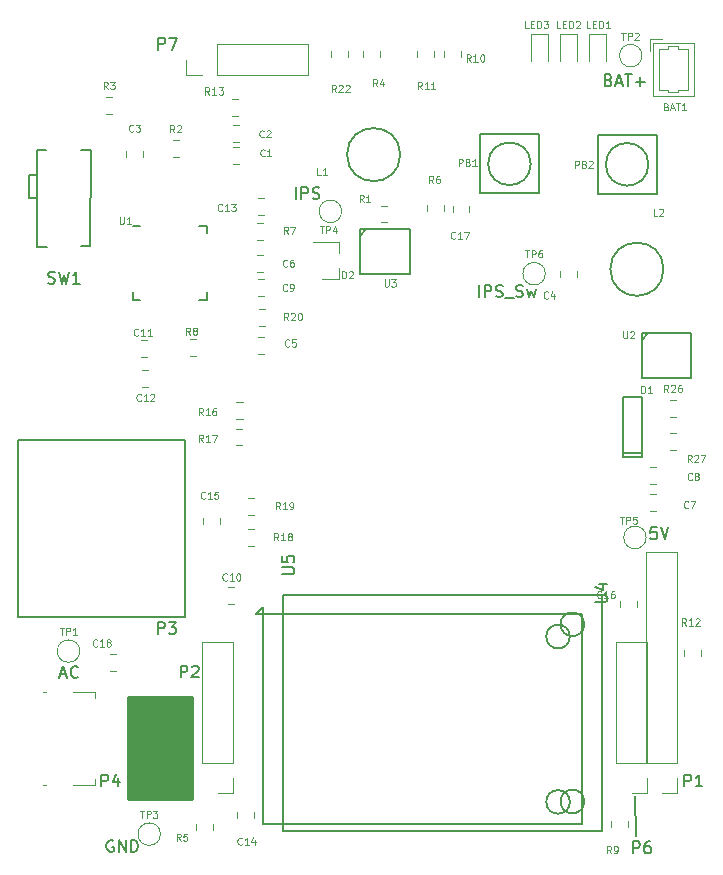
<source format=gbr>
G04 #@! TF.GenerationSoftware,KiCad,Pcbnew,(6.0.0-rc1-dev-1413-ga48e89956)*
G04 #@! TF.CreationDate,2019-11-22T20:47:01-07:00
G04 #@! TF.ProjectId,HAT_ver_6.0,4841545f-7665-4725-9f36-2e302e6b6963,6.0.4*
G04 #@! TF.SameCoordinates,Original*
G04 #@! TF.FileFunction,Legend,Top*
G04 #@! TF.FilePolarity,Positive*
%FSLAX46Y46*%
G04 Gerber Fmt 4.6, Leading zero omitted, Abs format (unit mm)*
G04 Created by KiCad (PCBNEW (6.0.0-rc1-dev-1413-ga48e89956)) date Friday, November 22, 2019 at 08:47:01 PM*
%MOMM*%
%LPD*%
G04 APERTURE LIST*
%ADD10C,0.150000*%
%ADD11C,0.120000*%
%ADD12C,0.100000*%
%ADD13C,0.254000*%
G04 APERTURE END LIST*
D10*
X147955000Y-113588800D02*
X148564600Y-113588800D01*
X148564600Y-112953800D02*
X147955000Y-113588800D01*
X148564600Y-113588800D02*
X148564600Y-112953800D01*
X166857657Y-86736180D02*
X166857657Y-85736180D01*
X167333847Y-86736180D02*
X167333847Y-85736180D01*
X167714800Y-85736180D01*
X167810038Y-85783800D01*
X167857657Y-85831419D01*
X167905276Y-85926657D01*
X167905276Y-86069514D01*
X167857657Y-86164752D01*
X167810038Y-86212371D01*
X167714800Y-86259990D01*
X167333847Y-86259990D01*
X168286228Y-86688561D02*
X168429085Y-86736180D01*
X168667180Y-86736180D01*
X168762419Y-86688561D01*
X168810038Y-86640942D01*
X168857657Y-86545704D01*
X168857657Y-86450466D01*
X168810038Y-86355228D01*
X168762419Y-86307609D01*
X168667180Y-86259990D01*
X168476704Y-86212371D01*
X168381466Y-86164752D01*
X168333847Y-86117133D01*
X168286228Y-86021895D01*
X168286228Y-85926657D01*
X168333847Y-85831419D01*
X168381466Y-85783800D01*
X168476704Y-85736180D01*
X168714800Y-85736180D01*
X168857657Y-85783800D01*
X169048133Y-86831419D02*
X169810038Y-86831419D01*
X170000514Y-86688561D02*
X170143371Y-86736180D01*
X170381466Y-86736180D01*
X170476704Y-86688561D01*
X170524323Y-86640942D01*
X170571942Y-86545704D01*
X170571942Y-86450466D01*
X170524323Y-86355228D01*
X170476704Y-86307609D01*
X170381466Y-86259990D01*
X170190990Y-86212371D01*
X170095752Y-86164752D01*
X170048133Y-86117133D01*
X170000514Y-86021895D01*
X170000514Y-85926657D01*
X170048133Y-85831419D01*
X170095752Y-85783800D01*
X170190990Y-85736180D01*
X170429085Y-85736180D01*
X170571942Y-85783800D01*
X170905276Y-86069514D02*
X171095752Y-86736180D01*
X171286228Y-86259990D01*
X171476704Y-86736180D01*
X171667180Y-86069514D01*
X180162200Y-132334000D02*
X180086000Y-128955800D01*
X151347609Y-78430380D02*
X151347609Y-77430380D01*
X151823800Y-78430380D02*
X151823800Y-77430380D01*
X152204752Y-77430380D01*
X152299990Y-77478000D01*
X152347609Y-77525619D01*
X152395228Y-77620857D01*
X152395228Y-77763714D01*
X152347609Y-77858952D01*
X152299990Y-77906571D01*
X152204752Y-77954190D01*
X151823800Y-77954190D01*
X152776180Y-78382761D02*
X152919038Y-78430380D01*
X153157133Y-78430380D01*
X153252371Y-78382761D01*
X153299990Y-78335142D01*
X153347609Y-78239904D01*
X153347609Y-78144666D01*
X153299990Y-78049428D01*
X153252371Y-78001809D01*
X153157133Y-77954190D01*
X152966657Y-77906571D01*
X152871419Y-77858952D01*
X152823800Y-77811333D01*
X152776180Y-77716095D01*
X152776180Y-77620857D01*
X152823800Y-77525619D01*
X152871419Y-77478000D01*
X152966657Y-77430380D01*
X153204752Y-77430380D01*
X153347609Y-77478000D01*
X135890095Y-132773800D02*
X135794857Y-132726180D01*
X135652000Y-132726180D01*
X135509142Y-132773800D01*
X135413904Y-132869038D01*
X135366285Y-132964276D01*
X135318666Y-133154752D01*
X135318666Y-133297609D01*
X135366285Y-133488085D01*
X135413904Y-133583323D01*
X135509142Y-133678561D01*
X135652000Y-133726180D01*
X135747238Y-133726180D01*
X135890095Y-133678561D01*
X135937714Y-133630942D01*
X135937714Y-133297609D01*
X135747238Y-133297609D01*
X136366285Y-133726180D02*
X136366285Y-132726180D01*
X136937714Y-133726180D01*
X136937714Y-132726180D01*
X137413904Y-133726180D02*
X137413904Y-132726180D01*
X137652000Y-132726180D01*
X137794857Y-132773800D01*
X137890095Y-132869038D01*
X137937714Y-132964276D01*
X137985333Y-133154752D01*
X137985333Y-133297609D01*
X137937714Y-133488085D01*
X137890095Y-133583323D01*
X137794857Y-133678561D01*
X137652000Y-133726180D01*
X137413904Y-133726180D01*
X177839857Y-68356171D02*
X177982714Y-68403790D01*
X178030333Y-68451409D01*
X178077952Y-68546647D01*
X178077952Y-68689504D01*
X178030333Y-68784742D01*
X177982714Y-68832361D01*
X177887476Y-68879980D01*
X177506523Y-68879980D01*
X177506523Y-67879980D01*
X177839857Y-67879980D01*
X177935095Y-67927600D01*
X177982714Y-67975219D01*
X178030333Y-68070457D01*
X178030333Y-68165695D01*
X177982714Y-68260933D01*
X177935095Y-68308552D01*
X177839857Y-68356171D01*
X177506523Y-68356171D01*
X178458904Y-68594266D02*
X178935095Y-68594266D01*
X178363666Y-68879980D02*
X178697000Y-67879980D01*
X179030333Y-68879980D01*
X179220809Y-67879980D02*
X179792238Y-67879980D01*
X179506523Y-68879980D02*
X179506523Y-67879980D01*
X180125571Y-68499028D02*
X180887476Y-68499028D01*
X180506523Y-68879980D02*
X180506523Y-68118076D01*
X131418104Y-118683066D02*
X131894295Y-118683066D01*
X131322866Y-118968780D02*
X131656200Y-117968780D01*
X131989533Y-118968780D01*
X132894295Y-118873542D02*
X132846676Y-118921161D01*
X132703819Y-118968780D01*
X132608580Y-118968780D01*
X132465723Y-118921161D01*
X132370485Y-118825923D01*
X132322866Y-118730685D01*
X132275247Y-118540209D01*
X132275247Y-118397352D01*
X132322866Y-118206876D01*
X132370485Y-118111638D01*
X132465723Y-118016400D01*
X132608580Y-117968780D01*
X132703819Y-117968780D01*
X132846676Y-118016400D01*
X132894295Y-118064019D01*
X181902123Y-106233980D02*
X181425933Y-106233980D01*
X181378314Y-106710171D01*
X181425933Y-106662552D01*
X181521171Y-106614933D01*
X181759266Y-106614933D01*
X181854504Y-106662552D01*
X181902123Y-106710171D01*
X181949742Y-106805409D01*
X181949742Y-107043504D01*
X181902123Y-107138742D01*
X181854504Y-107186361D01*
X181759266Y-107233980D01*
X181521171Y-107233980D01*
X181425933Y-107186361D01*
X181378314Y-107138742D01*
X182235457Y-106233980D02*
X182568790Y-107233980D01*
X182902123Y-106233980D01*
X177263600Y-131941600D02*
X177263600Y-111941600D01*
X150263600Y-131941600D02*
X177263600Y-131941600D01*
X150263600Y-111941600D02*
X150263600Y-131941600D01*
X177263600Y-111941600D02*
X150263600Y-111941600D01*
X175763600Y-129441600D02*
G75*
G03X175763600Y-129441600I-1000000J0D01*
G01*
X175763600Y-114441600D02*
G75*
G03X175763600Y-114441600I-1000000J0D01*
G01*
D11*
X159110178Y-78995200D02*
X158593022Y-78995200D01*
X159110178Y-80415200D02*
X158593022Y-80415200D01*
X166038600Y-79504278D02*
X166038600Y-78987122D01*
X164618600Y-79504278D02*
X164618600Y-78987122D01*
X183651200Y-108312000D02*
X180991200Y-108312000D01*
X183651200Y-126152000D02*
X183651200Y-108312000D01*
X180991200Y-126152000D02*
X180991200Y-108312000D01*
X183651200Y-126152000D02*
X180991200Y-126152000D01*
X183651200Y-127422000D02*
X183651200Y-128752000D01*
X183651200Y-128752000D02*
X182321200Y-128752000D01*
D10*
X129424400Y-76384400D02*
X128724400Y-76384400D01*
X128724400Y-76384400D02*
X128724400Y-78384400D01*
X128724400Y-78384400D02*
X129324400Y-78384400D01*
X129424400Y-82384400D02*
X129424400Y-82484400D01*
X129424400Y-82484400D02*
X130324400Y-82484400D01*
X130224400Y-74284400D02*
X129424400Y-74284400D01*
X129424400Y-74284400D02*
X129424400Y-82384400D01*
X133124400Y-74284400D02*
X134024400Y-74284400D01*
X134024400Y-74284400D02*
X133924400Y-82384400D01*
X133924400Y-82384400D02*
X133124400Y-82384400D01*
X171239576Y-75454000D02*
G75*
G03X171239576Y-75454000I-1802776J0D01*
G01*
X166936800Y-77954000D02*
X166936800Y-72954000D01*
X166936800Y-72954000D02*
X171936800Y-72954000D01*
X171936800Y-72954000D02*
X171936800Y-77954000D01*
X171936800Y-77954000D02*
X166936800Y-77954000D01*
X181127600Y-89794000D02*
X180627600Y-90394000D01*
X180627600Y-89794000D02*
X184827600Y-89794000D01*
X184827600Y-89794000D02*
X184827600Y-93594000D01*
X184827600Y-93594000D02*
X180627600Y-93594000D01*
X180627600Y-93594000D02*
X180627600Y-89794000D01*
X157302400Y-81005600D02*
X156802400Y-81605600D01*
X156802400Y-81005600D02*
X161002400Y-81005600D01*
X161002400Y-81005600D02*
X161002400Y-84805600D01*
X161002400Y-84805600D02*
X156802400Y-84805600D01*
X156802400Y-84805600D02*
X156802400Y-81005600D01*
X160187200Y-74676000D02*
G75*
G03X160187200Y-74676000I-2250000J0D01*
G01*
X180682800Y-99858400D02*
X180682800Y-100258400D01*
X180682800Y-100258400D02*
X179082800Y-100258400D01*
X179082800Y-100258400D02*
X179082800Y-99858400D01*
X180682800Y-99958400D02*
X179082800Y-99958400D01*
X180682800Y-95158400D02*
X180682800Y-99858400D01*
X179082800Y-99858400D02*
X179082800Y-95158400D01*
X179082800Y-95158400D02*
X180682800Y-95158400D01*
X143790200Y-80695000D02*
X143790200Y-81295000D01*
X137540200Y-86945000D02*
X137540200Y-86345000D01*
X143790200Y-86945000D02*
X143790200Y-86345000D01*
X137540200Y-80695000D02*
X138140200Y-80695000D01*
X137540200Y-86945000D02*
X138140200Y-86945000D01*
X143790200Y-86945000D02*
X143190200Y-86945000D01*
X143790200Y-80695000D02*
X143190200Y-80695000D01*
X141935200Y-113817400D02*
X127838200Y-113817400D01*
X127838200Y-98831400D02*
X141935200Y-98831400D01*
X141935200Y-113817400D02*
X141935200Y-98831400D01*
X127838200Y-113817400D02*
X127838200Y-98831400D01*
D11*
X181111200Y-115932000D02*
X178451200Y-115932000D01*
X181111200Y-126152000D02*
X181111200Y-115932000D01*
X178451200Y-126152000D02*
X178451200Y-115932000D01*
X181111200Y-126152000D02*
X178451200Y-126152000D01*
X181111200Y-127422000D02*
X181111200Y-128752000D01*
X181111200Y-128752000D02*
X179781200Y-128752000D01*
X146059200Y-115932000D02*
X143399200Y-115932000D01*
X146059200Y-126152000D02*
X146059200Y-115932000D01*
X143399200Y-126152000D02*
X143399200Y-115932000D01*
X146059200Y-126152000D02*
X143399200Y-126152000D01*
X146059200Y-127422000D02*
X146059200Y-128752000D01*
X146059200Y-128752000D02*
X144729200Y-128752000D01*
X185040000Y-65212000D02*
X181620000Y-65212000D01*
X181620000Y-65212000D02*
X181620000Y-69682000D01*
X181620000Y-69682000D02*
X185040000Y-69682000D01*
X185040000Y-69682000D02*
X185040000Y-65212000D01*
X182130000Y-67447000D02*
X182130000Y-65722000D01*
X182130000Y-65722000D02*
X182880000Y-65722000D01*
X182880000Y-65722000D02*
X182880000Y-65522000D01*
X182880000Y-65522000D02*
X183680000Y-65522000D01*
X183680000Y-65522000D02*
X183680000Y-65722000D01*
X183680000Y-65722000D02*
X184530000Y-65722000D01*
X184530000Y-65722000D02*
X184530000Y-67447000D01*
X182130000Y-67447000D02*
X182130000Y-69172000D01*
X182130000Y-69172000D02*
X182880000Y-69172000D01*
X182880000Y-69172000D02*
X182880000Y-69372000D01*
X182880000Y-69372000D02*
X183680000Y-69372000D01*
X183680000Y-69372000D02*
X183680000Y-69172000D01*
X183680000Y-69172000D02*
X184530000Y-69172000D01*
X184530000Y-69172000D02*
X184530000Y-67447000D01*
X181330000Y-64922000D02*
X182330000Y-64922000D01*
X181330000Y-64922000D02*
X181330000Y-65922000D01*
X144347000Y-131336522D02*
X144347000Y-131853678D01*
X142927000Y-131336522D02*
X142927000Y-131853678D01*
X163879600Y-79478878D02*
X163879600Y-78961722D01*
X162459600Y-79478878D02*
X162459600Y-78961722D01*
X155004800Y-85196800D02*
X155004800Y-84266800D01*
X155004800Y-82036800D02*
X155004800Y-82966800D01*
X155004800Y-82036800D02*
X152844800Y-82036800D01*
X155004800Y-85196800D02*
X153544800Y-85196800D01*
X133055400Y-116713000D02*
G75*
G03X133055400Y-116713000I-950000J0D01*
G01*
X180655000Y-66294000D02*
G75*
G03X180655000Y-66294000I-950000J0D01*
G01*
X139888000Y-132207000D02*
G75*
G03X139888000Y-132207000I-950000J0D01*
G01*
X155229600Y-79476600D02*
G75*
G03X155229600Y-79476600I-950000J0D01*
G01*
X181010600Y-107086400D02*
G75*
G03X181010600Y-107086400I-950000J0D01*
G01*
X184227400Y-117123978D02*
X184227400Y-116606822D01*
X185647400Y-117123978D02*
X185647400Y-116606822D01*
X146020022Y-74067600D02*
X146537178Y-74067600D01*
X146020022Y-75487600D02*
X146537178Y-75487600D01*
X146020022Y-72188000D02*
X146537178Y-72188000D01*
X146020022Y-73608000D02*
X146537178Y-73608000D01*
X138428800Y-74366622D02*
X138428800Y-74883778D01*
X137008800Y-74366622D02*
X137008800Y-74883778D01*
X173711800Y-84501222D02*
X173711800Y-85018378D01*
X175131800Y-84501222D02*
X175131800Y-85018378D01*
X148629378Y-90120400D02*
X148112222Y-90120400D01*
X148629378Y-91540400D02*
X148112222Y-91540400D01*
X148543778Y-83160800D02*
X148026622Y-83160800D01*
X148543778Y-84580800D02*
X148026622Y-84580800D01*
X181351422Y-104850000D02*
X181868578Y-104850000D01*
X181351422Y-103430000D02*
X181868578Y-103430000D01*
X181351422Y-101144000D02*
X181868578Y-101144000D01*
X181351422Y-102564000D02*
X181868578Y-102564000D01*
X148680178Y-86663600D02*
X148163022Y-86663600D01*
X148680178Y-85243600D02*
X148163022Y-85243600D01*
X146156178Y-111304000D02*
X145639022Y-111304000D01*
X146156178Y-112724000D02*
X145639022Y-112724000D01*
X138764778Y-91794400D02*
X138247622Y-91794400D01*
X138764778Y-90374400D02*
X138247622Y-90374400D01*
X138875778Y-92914400D02*
X138358622Y-92914400D01*
X138875778Y-94334400D02*
X138358622Y-94334400D01*
X148680178Y-79754800D02*
X148163022Y-79754800D01*
X148680178Y-78334800D02*
X148163022Y-78334800D01*
X146406800Y-130297422D02*
X146406800Y-130814578D01*
X147826800Y-130297422D02*
X147826800Y-130814578D01*
X143511200Y-105973378D02*
X143511200Y-105456222D01*
X144931200Y-105973378D02*
X144931200Y-105456222D01*
X141431778Y-74878000D02*
X140914622Y-74878000D01*
X141431778Y-73458000D02*
X140914622Y-73458000D01*
X135275822Y-69800400D02*
X135792978Y-69800400D01*
X135275822Y-71220400D02*
X135792978Y-71220400D01*
X158444000Y-66425578D02*
X158444000Y-65908422D01*
X157024000Y-66425578D02*
X157024000Y-65908422D01*
X148062222Y-80468400D02*
X148579378Y-80468400D01*
X148062222Y-81888400D02*
X148579378Y-81888400D01*
X142352222Y-90272800D02*
X142869378Y-90272800D01*
X142352222Y-91692800D02*
X142869378Y-91692800D01*
X165302000Y-65883022D02*
X165302000Y-66400178D01*
X163882000Y-65883022D02*
X163882000Y-66400178D01*
X163016000Y-66400178D02*
X163016000Y-65883022D01*
X161596000Y-66400178D02*
X161596000Y-65883022D01*
X146841978Y-97026800D02*
X146324822Y-97026800D01*
X146841978Y-95606800D02*
X146324822Y-95606800D01*
X146816578Y-97867400D02*
X146299422Y-97867400D01*
X146816578Y-99287400D02*
X146299422Y-99287400D01*
X147781778Y-106376400D02*
X147264622Y-106376400D01*
X147781778Y-107796400D02*
X147264622Y-107796400D01*
X147781778Y-105205600D02*
X147264622Y-105205600D01*
X147781778Y-103785600D02*
X147264622Y-103785600D01*
X148731778Y-87732800D02*
X148214622Y-87732800D01*
X148731778Y-89152800D02*
X148214622Y-89152800D01*
X155777000Y-66400178D02*
X155777000Y-65883022D01*
X154357000Y-66400178D02*
X154357000Y-65883022D01*
X183027822Y-95454400D02*
X183544978Y-95454400D01*
X183027822Y-96874400D02*
X183544978Y-96874400D01*
X183544978Y-98248400D02*
X183027822Y-98248400D01*
X183544978Y-99668400D02*
X183027822Y-99668400D01*
X178817200Y-112983778D02*
X178817200Y-112466622D01*
X180237200Y-112983778D02*
X180237200Y-112466622D01*
D10*
X182481800Y-84377400D02*
G75*
G03X182481800Y-84377400I-2250000J0D01*
G01*
X181201576Y-75498000D02*
G75*
G03X181201576Y-75498000I-1802776J0D01*
G01*
X176898800Y-77998000D02*
X176898800Y-72998000D01*
X176898800Y-72998000D02*
X181898800Y-72998000D01*
X181898800Y-72998000D02*
X181898800Y-77998000D01*
X181898800Y-77998000D02*
X176898800Y-77998000D01*
D11*
X178029800Y-131601978D02*
X178029800Y-131084822D01*
X179449800Y-131601978D02*
X179449800Y-131084822D01*
X152358400Y-67954400D02*
X152358400Y-65294400D01*
X144678400Y-67954400D02*
X152358400Y-67954400D01*
X144678400Y-65294400D02*
X152358400Y-65294400D01*
X144678400Y-67954400D02*
X144678400Y-65294400D01*
X143408400Y-67954400D02*
X142078400Y-67954400D01*
X142078400Y-67954400D02*
X142078400Y-66624400D01*
X172476200Y-84759800D02*
G75*
G03X172476200Y-84759800I-950000J0D01*
G01*
X134357200Y-128053800D02*
X134357200Y-127543800D01*
X130167200Y-128053800D02*
X129907200Y-128053800D01*
X134357200Y-128053800D02*
X132447200Y-128053800D01*
X134357200Y-120173800D02*
X134357200Y-120683800D01*
X132447200Y-120173800D02*
X134357200Y-120173800D01*
X129907200Y-120173800D02*
X130167200Y-120173800D01*
X177618600Y-66789200D02*
X177618600Y-64504200D01*
X177618600Y-64504200D02*
X176148600Y-64504200D01*
X176148600Y-64504200D02*
X176148600Y-66789200D01*
X173710200Y-64504200D02*
X173710200Y-66789200D01*
X175180200Y-64504200D02*
X173710200Y-64504200D01*
X175180200Y-66789200D02*
X175180200Y-64504200D01*
X172741800Y-66789200D02*
X172741800Y-64504200D01*
X172741800Y-64504200D02*
X171271800Y-64504200D01*
X171271800Y-64504200D02*
X171271800Y-66789200D01*
X146463278Y-71398200D02*
X145946122Y-71398200D01*
X146463278Y-69978200D02*
X145946122Y-69978200D01*
X135582922Y-116942800D02*
X136100078Y-116942800D01*
X135582922Y-118362800D02*
X136100078Y-118362800D01*
D10*
X174552000Y-129478800D02*
G75*
G03X174552000Y-129478800I-1000000J0D01*
G01*
X174552000Y-115478800D02*
G75*
G03X174552000Y-115478800I-1000000J0D01*
G01*
X162252000Y-113578800D02*
X175552000Y-113578800D01*
X175552000Y-113578800D02*
X175552000Y-131378800D01*
X175552000Y-131378800D02*
X148552000Y-131378800D01*
X148552000Y-131378800D02*
X148552000Y-113578800D01*
X148552000Y-113578800D02*
X162252000Y-113578800D01*
X150215980Y-110203504D02*
X151025504Y-110203504D01*
X151120742Y-110155885D01*
X151168361Y-110108266D01*
X151215980Y-110013028D01*
X151215980Y-109822552D01*
X151168361Y-109727314D01*
X151120742Y-109679695D01*
X151025504Y-109632076D01*
X150215980Y-109632076D01*
X150215980Y-108679695D02*
X150215980Y-109155885D01*
X150692171Y-109203504D01*
X150644552Y-109155885D01*
X150596933Y-109060647D01*
X150596933Y-108822552D01*
X150644552Y-108727314D01*
X150692171Y-108679695D01*
X150787409Y-108632076D01*
X151025504Y-108632076D01*
X151120742Y-108679695D01*
X151168361Y-108727314D01*
X151215980Y-108822552D01*
X151215980Y-109060647D01*
X151168361Y-109155885D01*
X151120742Y-109203504D01*
D12*
X157100600Y-78681228D02*
X156900600Y-78395514D01*
X156757742Y-78681228D02*
X156757742Y-78081228D01*
X156986314Y-78081228D01*
X157043457Y-78109800D01*
X157072028Y-78138371D01*
X157100600Y-78195514D01*
X157100600Y-78281228D01*
X157072028Y-78338371D01*
X157043457Y-78366942D01*
X156986314Y-78395514D01*
X156757742Y-78395514D01*
X157672028Y-78681228D02*
X157329171Y-78681228D01*
X157500600Y-78681228D02*
X157500600Y-78081228D01*
X157443457Y-78166942D01*
X157386314Y-78224085D01*
X157329171Y-78252657D01*
X164841285Y-81748285D02*
X164812714Y-81776857D01*
X164727000Y-81805428D01*
X164669857Y-81805428D01*
X164584142Y-81776857D01*
X164527000Y-81719714D01*
X164498428Y-81662571D01*
X164469857Y-81548285D01*
X164469857Y-81462571D01*
X164498428Y-81348285D01*
X164527000Y-81291142D01*
X164584142Y-81234000D01*
X164669857Y-81205428D01*
X164727000Y-81205428D01*
X164812714Y-81234000D01*
X164841285Y-81262571D01*
X165412714Y-81805428D02*
X165069857Y-81805428D01*
X165241285Y-81805428D02*
X165241285Y-81205428D01*
X165184142Y-81291142D01*
X165127000Y-81348285D01*
X165069857Y-81376857D01*
X165612714Y-81205428D02*
X166012714Y-81205428D01*
X165755571Y-81805428D01*
D10*
X184250104Y-128163580D02*
X184250104Y-127163580D01*
X184631057Y-127163580D01*
X184726295Y-127211200D01*
X184773914Y-127258819D01*
X184821533Y-127354057D01*
X184821533Y-127496914D01*
X184773914Y-127592152D01*
X184726295Y-127639771D01*
X184631057Y-127687390D01*
X184250104Y-127687390D01*
X185773914Y-128163580D02*
X185202485Y-128163580D01*
X185488200Y-128163580D02*
X185488200Y-127163580D01*
X185392961Y-127306438D01*
X185297723Y-127401676D01*
X185202485Y-127449295D01*
X130391066Y-85545561D02*
X130533923Y-85593180D01*
X130772019Y-85593180D01*
X130867257Y-85545561D01*
X130914876Y-85497942D01*
X130962495Y-85402704D01*
X130962495Y-85307466D01*
X130914876Y-85212228D01*
X130867257Y-85164609D01*
X130772019Y-85116990D01*
X130581542Y-85069371D01*
X130486304Y-85021752D01*
X130438685Y-84974133D01*
X130391066Y-84878895D01*
X130391066Y-84783657D01*
X130438685Y-84688419D01*
X130486304Y-84640800D01*
X130581542Y-84593180D01*
X130819638Y-84593180D01*
X130962495Y-84640800D01*
X131295828Y-84593180D02*
X131533923Y-85593180D01*
X131724400Y-84878895D01*
X131914876Y-85593180D01*
X132152971Y-84593180D01*
X133057733Y-85593180D02*
X132486304Y-85593180D01*
X132772019Y-85593180D02*
X132772019Y-84593180D01*
X132676780Y-84736038D01*
X132581542Y-84831276D01*
X132486304Y-84878895D01*
D12*
X165137942Y-75649228D02*
X165137942Y-75049228D01*
X165366514Y-75049228D01*
X165423657Y-75077800D01*
X165452228Y-75106371D01*
X165480800Y-75163514D01*
X165480800Y-75249228D01*
X165452228Y-75306371D01*
X165423657Y-75334942D01*
X165366514Y-75363514D01*
X165137942Y-75363514D01*
X165937942Y-75334942D02*
X166023657Y-75363514D01*
X166052228Y-75392085D01*
X166080800Y-75449228D01*
X166080800Y-75534942D01*
X166052228Y-75592085D01*
X166023657Y-75620657D01*
X165966514Y-75649228D01*
X165737942Y-75649228D01*
X165737942Y-75049228D01*
X165937942Y-75049228D01*
X165995085Y-75077800D01*
X166023657Y-75106371D01*
X166052228Y-75163514D01*
X166052228Y-75220657D01*
X166023657Y-75277800D01*
X165995085Y-75306371D01*
X165937942Y-75334942D01*
X165737942Y-75334942D01*
X166652228Y-75649228D02*
X166309371Y-75649228D01*
X166480800Y-75649228D02*
X166480800Y-75049228D01*
X166423657Y-75134942D01*
X166366514Y-75192085D01*
X166309371Y-75220657D01*
X179070057Y-89638228D02*
X179070057Y-90123942D01*
X179098628Y-90181085D01*
X179127200Y-90209657D01*
X179184342Y-90238228D01*
X179298628Y-90238228D01*
X179355771Y-90209657D01*
X179384342Y-90181085D01*
X179412914Y-90123942D01*
X179412914Y-89638228D01*
X179670057Y-89695371D02*
X179698628Y-89666800D01*
X179755771Y-89638228D01*
X179898628Y-89638228D01*
X179955771Y-89666800D01*
X179984342Y-89695371D01*
X180012914Y-89752514D01*
X180012914Y-89809657D01*
X179984342Y-89895371D01*
X179641485Y-90238228D01*
X180012914Y-90238228D01*
X158877057Y-85244028D02*
X158877057Y-85729742D01*
X158905628Y-85786885D01*
X158934200Y-85815457D01*
X158991342Y-85844028D01*
X159105628Y-85844028D01*
X159162771Y-85815457D01*
X159191342Y-85786885D01*
X159219914Y-85729742D01*
X159219914Y-85244028D01*
X159448485Y-85244028D02*
X159819914Y-85244028D01*
X159619914Y-85472600D01*
X159705628Y-85472600D01*
X159762771Y-85501171D01*
X159791342Y-85529742D01*
X159819914Y-85586885D01*
X159819914Y-85729742D01*
X159791342Y-85786885D01*
X159762771Y-85815457D01*
X159705628Y-85844028D01*
X159534200Y-85844028D01*
X159477057Y-85815457D01*
X159448485Y-85786885D01*
X153468400Y-76369828D02*
X153182685Y-76369828D01*
X153182685Y-75769828D01*
X153982685Y-76369828D02*
X153639828Y-76369828D01*
X153811257Y-76369828D02*
X153811257Y-75769828D01*
X153754114Y-75855542D01*
X153696971Y-75912685D01*
X153639828Y-75941257D01*
X180608342Y-94861028D02*
X180608342Y-94261028D01*
X180751200Y-94261028D01*
X180836914Y-94289600D01*
X180894057Y-94346742D01*
X180922628Y-94403885D01*
X180951200Y-94518171D01*
X180951200Y-94603885D01*
X180922628Y-94718171D01*
X180894057Y-94775314D01*
X180836914Y-94832457D01*
X180751200Y-94861028D01*
X180608342Y-94861028D01*
X181522628Y-94861028D02*
X181179771Y-94861028D01*
X181351200Y-94861028D02*
X181351200Y-94261028D01*
X181294057Y-94346742D01*
X181236914Y-94403885D01*
X181179771Y-94432457D01*
X136423457Y-79960828D02*
X136423457Y-80446542D01*
X136452028Y-80503685D01*
X136480600Y-80532257D01*
X136537742Y-80560828D01*
X136652028Y-80560828D01*
X136709171Y-80532257D01*
X136737742Y-80503685D01*
X136766314Y-80446542D01*
X136766314Y-79960828D01*
X137366314Y-80560828D02*
X137023457Y-80560828D01*
X137194885Y-80560828D02*
X137194885Y-79960828D01*
X137137742Y-80046542D01*
X137080600Y-80103685D01*
X137023457Y-80132257D01*
D10*
X139673104Y-115260380D02*
X139673104Y-114260380D01*
X140054057Y-114260380D01*
X140149295Y-114308000D01*
X140196914Y-114355619D01*
X140244533Y-114450857D01*
X140244533Y-114593714D01*
X140196914Y-114688952D01*
X140149295Y-114736571D01*
X140054057Y-114784190D01*
X139673104Y-114784190D01*
X140577866Y-114260380D02*
X141196914Y-114260380D01*
X140863580Y-114641333D01*
X141006438Y-114641333D01*
X141101676Y-114688952D01*
X141149295Y-114736571D01*
X141196914Y-114831809D01*
X141196914Y-115069904D01*
X141149295Y-115165142D01*
X141101676Y-115212761D01*
X141006438Y-115260380D01*
X140720723Y-115260380D01*
X140625485Y-115212761D01*
X140577866Y-115165142D01*
X179906704Y-133827780D02*
X179906704Y-132827780D01*
X180287657Y-132827780D01*
X180382895Y-132875400D01*
X180430514Y-132923019D01*
X180478133Y-133018257D01*
X180478133Y-133161114D01*
X180430514Y-133256352D01*
X180382895Y-133303971D01*
X180287657Y-133351590D01*
X179906704Y-133351590D01*
X181335276Y-132827780D02*
X181144800Y-132827780D01*
X181049561Y-132875400D01*
X181001942Y-132923019D01*
X180906704Y-133065876D01*
X180859085Y-133256352D01*
X180859085Y-133637304D01*
X180906704Y-133732542D01*
X180954323Y-133780161D01*
X181049561Y-133827780D01*
X181240038Y-133827780D01*
X181335276Y-133780161D01*
X181382895Y-133732542D01*
X181430514Y-133637304D01*
X181430514Y-133399209D01*
X181382895Y-133303971D01*
X181335276Y-133256352D01*
X181240038Y-133208733D01*
X181049561Y-133208733D01*
X180954323Y-133256352D01*
X180906704Y-133303971D01*
X180859085Y-133399209D01*
X141603504Y-118943380D02*
X141603504Y-117943380D01*
X141984457Y-117943380D01*
X142079695Y-117991000D01*
X142127314Y-118038619D01*
X142174933Y-118133857D01*
X142174933Y-118276714D01*
X142127314Y-118371952D01*
X142079695Y-118419571D01*
X141984457Y-118467190D01*
X141603504Y-118467190D01*
X142555885Y-118038619D02*
X142603504Y-117991000D01*
X142698742Y-117943380D01*
X142936838Y-117943380D01*
X143032076Y-117991000D01*
X143079695Y-118038619D01*
X143127314Y-118133857D01*
X143127314Y-118229095D01*
X143079695Y-118371952D01*
X142508266Y-118943380D01*
X143127314Y-118943380D01*
D12*
X182710228Y-70619942D02*
X182795942Y-70648514D01*
X182824514Y-70677085D01*
X182853085Y-70734228D01*
X182853085Y-70819942D01*
X182824514Y-70877085D01*
X182795942Y-70905657D01*
X182738800Y-70934228D01*
X182510228Y-70934228D01*
X182510228Y-70334228D01*
X182710228Y-70334228D01*
X182767371Y-70362800D01*
X182795942Y-70391371D01*
X182824514Y-70448514D01*
X182824514Y-70505657D01*
X182795942Y-70562800D01*
X182767371Y-70591371D01*
X182710228Y-70619942D01*
X182510228Y-70619942D01*
X183081657Y-70762800D02*
X183367371Y-70762800D01*
X183024514Y-70934228D02*
X183224514Y-70334228D01*
X183424514Y-70934228D01*
X183538800Y-70334228D02*
X183881657Y-70334228D01*
X183710228Y-70934228D02*
X183710228Y-70334228D01*
X184395942Y-70934228D02*
X184053085Y-70934228D01*
X184224514Y-70934228D02*
X184224514Y-70334228D01*
X184167371Y-70419942D01*
X184110228Y-70477085D01*
X184053085Y-70505657D01*
X141606600Y-132757828D02*
X141406600Y-132472114D01*
X141263742Y-132757828D02*
X141263742Y-132157828D01*
X141492314Y-132157828D01*
X141549457Y-132186400D01*
X141578028Y-132214971D01*
X141606600Y-132272114D01*
X141606600Y-132357828D01*
X141578028Y-132414971D01*
X141549457Y-132443542D01*
X141492314Y-132472114D01*
X141263742Y-132472114D01*
X142149457Y-132157828D02*
X141863742Y-132157828D01*
X141835171Y-132443542D01*
X141863742Y-132414971D01*
X141920885Y-132386400D01*
X142063742Y-132386400D01*
X142120885Y-132414971D01*
X142149457Y-132443542D01*
X142178028Y-132500685D01*
X142178028Y-132643542D01*
X142149457Y-132700685D01*
X142120885Y-132729257D01*
X142063742Y-132757828D01*
X141920885Y-132757828D01*
X141863742Y-132729257D01*
X141835171Y-132700685D01*
X162993400Y-77081028D02*
X162793400Y-76795314D01*
X162650542Y-77081028D02*
X162650542Y-76481028D01*
X162879114Y-76481028D01*
X162936257Y-76509600D01*
X162964828Y-76538171D01*
X162993400Y-76595314D01*
X162993400Y-76681028D01*
X162964828Y-76738171D01*
X162936257Y-76766742D01*
X162879114Y-76795314D01*
X162650542Y-76795314D01*
X163507685Y-76481028D02*
X163393400Y-76481028D01*
X163336257Y-76509600D01*
X163307685Y-76538171D01*
X163250542Y-76623885D01*
X163221971Y-76738171D01*
X163221971Y-76966742D01*
X163250542Y-77023885D01*
X163279114Y-77052457D01*
X163336257Y-77081028D01*
X163450542Y-77081028D01*
X163507685Y-77052457D01*
X163536257Y-77023885D01*
X163564828Y-76966742D01*
X163564828Y-76823885D01*
X163536257Y-76766742D01*
X163507685Y-76738171D01*
X163450542Y-76709600D01*
X163336257Y-76709600D01*
X163279114Y-76738171D01*
X163250542Y-76766742D01*
X163221971Y-76823885D01*
X155284542Y-85158228D02*
X155284542Y-84558228D01*
X155427400Y-84558228D01*
X155513114Y-84586800D01*
X155570257Y-84643942D01*
X155598828Y-84701085D01*
X155627400Y-84815371D01*
X155627400Y-84901085D01*
X155598828Y-85015371D01*
X155570257Y-85072514D01*
X155513114Y-85129657D01*
X155427400Y-85158228D01*
X155284542Y-85158228D01*
X155855971Y-84615371D02*
X155884542Y-84586800D01*
X155941685Y-84558228D01*
X156084542Y-84558228D01*
X156141685Y-84586800D01*
X156170257Y-84615371D01*
X156198828Y-84672514D01*
X156198828Y-84729657D01*
X156170257Y-84815371D01*
X155827400Y-85158228D01*
X156198828Y-85158228D01*
X131348257Y-114736428D02*
X131691114Y-114736428D01*
X131519685Y-115336428D02*
X131519685Y-114736428D01*
X131891114Y-115336428D02*
X131891114Y-114736428D01*
X132119685Y-114736428D01*
X132176828Y-114765000D01*
X132205400Y-114793571D01*
X132233971Y-114850714D01*
X132233971Y-114936428D01*
X132205400Y-114993571D01*
X132176828Y-115022142D01*
X132119685Y-115050714D01*
X131891114Y-115050714D01*
X132805400Y-115336428D02*
X132462542Y-115336428D01*
X132633971Y-115336428D02*
X132633971Y-114736428D01*
X132576828Y-114822142D01*
X132519685Y-114879285D01*
X132462542Y-114907857D01*
X178922457Y-64339828D02*
X179265314Y-64339828D01*
X179093885Y-64939828D02*
X179093885Y-64339828D01*
X179465314Y-64939828D02*
X179465314Y-64339828D01*
X179693885Y-64339828D01*
X179751028Y-64368400D01*
X179779600Y-64396971D01*
X179808171Y-64454114D01*
X179808171Y-64539828D01*
X179779600Y-64596971D01*
X179751028Y-64625542D01*
X179693885Y-64654114D01*
X179465314Y-64654114D01*
X180036742Y-64396971D02*
X180065314Y-64368400D01*
X180122457Y-64339828D01*
X180265314Y-64339828D01*
X180322457Y-64368400D01*
X180351028Y-64396971D01*
X180379600Y-64454114D01*
X180379600Y-64511257D01*
X180351028Y-64596971D01*
X180008171Y-64939828D01*
X180379600Y-64939828D01*
X138180857Y-130230428D02*
X138523714Y-130230428D01*
X138352285Y-130830428D02*
X138352285Y-130230428D01*
X138723714Y-130830428D02*
X138723714Y-130230428D01*
X138952285Y-130230428D01*
X139009428Y-130259000D01*
X139038000Y-130287571D01*
X139066571Y-130344714D01*
X139066571Y-130430428D01*
X139038000Y-130487571D01*
X139009428Y-130516142D01*
X138952285Y-130544714D01*
X138723714Y-130544714D01*
X139266571Y-130230428D02*
X139638000Y-130230428D01*
X139438000Y-130459000D01*
X139523714Y-130459000D01*
X139580857Y-130487571D01*
X139609428Y-130516142D01*
X139638000Y-130573285D01*
X139638000Y-130716142D01*
X139609428Y-130773285D01*
X139580857Y-130801857D01*
X139523714Y-130830428D01*
X139352285Y-130830428D01*
X139295142Y-130801857D01*
X139266571Y-130773285D01*
X153370057Y-80722828D02*
X153712914Y-80722828D01*
X153541485Y-81322828D02*
X153541485Y-80722828D01*
X153912914Y-81322828D02*
X153912914Y-80722828D01*
X154141485Y-80722828D01*
X154198628Y-80751400D01*
X154227200Y-80779971D01*
X154255771Y-80837114D01*
X154255771Y-80922828D01*
X154227200Y-80979971D01*
X154198628Y-81008542D01*
X154141485Y-81037114D01*
X153912914Y-81037114D01*
X154770057Y-80922828D02*
X154770057Y-81322828D01*
X154627200Y-80694257D02*
X154484342Y-81122828D01*
X154855771Y-81122828D01*
X178770057Y-105335428D02*
X179112914Y-105335428D01*
X178941485Y-105935428D02*
X178941485Y-105335428D01*
X179312914Y-105935428D02*
X179312914Y-105335428D01*
X179541485Y-105335428D01*
X179598628Y-105364000D01*
X179627200Y-105392571D01*
X179655771Y-105449714D01*
X179655771Y-105535428D01*
X179627200Y-105592571D01*
X179598628Y-105621142D01*
X179541485Y-105649714D01*
X179312914Y-105649714D01*
X180198628Y-105335428D02*
X179912914Y-105335428D01*
X179884342Y-105621142D01*
X179912914Y-105592571D01*
X179970057Y-105564000D01*
X180112914Y-105564000D01*
X180170057Y-105592571D01*
X180198628Y-105621142D01*
X180227200Y-105678285D01*
X180227200Y-105821142D01*
X180198628Y-105878285D01*
X180170057Y-105906857D01*
X180112914Y-105935428D01*
X179970057Y-105935428D01*
X179912914Y-105906857D01*
X179884342Y-105878285D01*
X184399285Y-114546028D02*
X184199285Y-114260314D01*
X184056428Y-114546028D02*
X184056428Y-113946028D01*
X184285000Y-113946028D01*
X184342142Y-113974600D01*
X184370714Y-114003171D01*
X184399285Y-114060314D01*
X184399285Y-114146028D01*
X184370714Y-114203171D01*
X184342142Y-114231742D01*
X184285000Y-114260314D01*
X184056428Y-114260314D01*
X184970714Y-114546028D02*
X184627857Y-114546028D01*
X184799285Y-114546028D02*
X184799285Y-113946028D01*
X184742142Y-114031742D01*
X184685000Y-114088885D01*
X184627857Y-114117457D01*
X185199285Y-114003171D02*
X185227857Y-113974600D01*
X185285000Y-113946028D01*
X185427857Y-113946028D01*
X185485000Y-113974600D01*
X185513571Y-114003171D01*
X185542142Y-114060314D01*
X185542142Y-114117457D01*
X185513571Y-114203171D01*
X185170714Y-114546028D01*
X185542142Y-114546028D01*
X148718600Y-74763285D02*
X148690028Y-74791857D01*
X148604314Y-74820428D01*
X148547171Y-74820428D01*
X148461457Y-74791857D01*
X148404314Y-74734714D01*
X148375742Y-74677571D01*
X148347171Y-74563285D01*
X148347171Y-74477571D01*
X148375742Y-74363285D01*
X148404314Y-74306142D01*
X148461457Y-74249000D01*
X148547171Y-74220428D01*
X148604314Y-74220428D01*
X148690028Y-74249000D01*
X148718600Y-74277571D01*
X149290028Y-74820428D02*
X148947171Y-74820428D01*
X149118600Y-74820428D02*
X149118600Y-74220428D01*
X149061457Y-74306142D01*
X149004314Y-74363285D01*
X148947171Y-74391857D01*
X148642400Y-73163085D02*
X148613828Y-73191657D01*
X148528114Y-73220228D01*
X148470971Y-73220228D01*
X148385257Y-73191657D01*
X148328114Y-73134514D01*
X148299542Y-73077371D01*
X148270971Y-72963085D01*
X148270971Y-72877371D01*
X148299542Y-72763085D01*
X148328114Y-72705942D01*
X148385257Y-72648800D01*
X148470971Y-72620228D01*
X148528114Y-72620228D01*
X148613828Y-72648800D01*
X148642400Y-72677371D01*
X148870971Y-72677371D02*
X148899542Y-72648800D01*
X148956685Y-72620228D01*
X149099542Y-72620228D01*
X149156685Y-72648800D01*
X149185257Y-72677371D01*
X149213828Y-72734514D01*
X149213828Y-72791657D01*
X149185257Y-72877371D01*
X148842400Y-73220228D01*
X149213828Y-73220228D01*
X137593400Y-72680485D02*
X137564828Y-72709057D01*
X137479114Y-72737628D01*
X137421971Y-72737628D01*
X137336257Y-72709057D01*
X137279114Y-72651914D01*
X137250542Y-72594771D01*
X137221971Y-72480485D01*
X137221971Y-72394771D01*
X137250542Y-72280485D01*
X137279114Y-72223342D01*
X137336257Y-72166200D01*
X137421971Y-72137628D01*
X137479114Y-72137628D01*
X137564828Y-72166200D01*
X137593400Y-72194771D01*
X137793400Y-72137628D02*
X138164828Y-72137628D01*
X137964828Y-72366200D01*
X138050542Y-72366200D01*
X138107685Y-72394771D01*
X138136257Y-72423342D01*
X138164828Y-72480485D01*
X138164828Y-72623342D01*
X138136257Y-72680485D01*
X138107685Y-72709057D01*
X138050542Y-72737628D01*
X137879114Y-72737628D01*
X137821971Y-72709057D01*
X137793400Y-72680485D01*
X172696200Y-86802885D02*
X172667628Y-86831457D01*
X172581914Y-86860028D01*
X172524771Y-86860028D01*
X172439057Y-86831457D01*
X172381914Y-86774314D01*
X172353342Y-86717171D01*
X172324771Y-86602885D01*
X172324771Y-86517171D01*
X172353342Y-86402885D01*
X172381914Y-86345742D01*
X172439057Y-86288600D01*
X172524771Y-86260028D01*
X172581914Y-86260028D01*
X172667628Y-86288600D01*
X172696200Y-86317171D01*
X173210485Y-86460028D02*
X173210485Y-86860028D01*
X173067628Y-86231457D02*
X172924771Y-86660028D01*
X173296200Y-86660028D01*
X150801400Y-90866885D02*
X150772828Y-90895457D01*
X150687114Y-90924028D01*
X150629971Y-90924028D01*
X150544257Y-90895457D01*
X150487114Y-90838314D01*
X150458542Y-90781171D01*
X150429971Y-90666885D01*
X150429971Y-90581171D01*
X150458542Y-90466885D01*
X150487114Y-90409742D01*
X150544257Y-90352600D01*
X150629971Y-90324028D01*
X150687114Y-90324028D01*
X150772828Y-90352600D01*
X150801400Y-90381171D01*
X151344257Y-90324028D02*
X151058542Y-90324028D01*
X151029971Y-90609742D01*
X151058542Y-90581171D01*
X151115685Y-90552600D01*
X151258542Y-90552600D01*
X151315685Y-90581171D01*
X151344257Y-90609742D01*
X151372828Y-90666885D01*
X151372828Y-90809742D01*
X151344257Y-90866885D01*
X151315685Y-90895457D01*
X151258542Y-90924028D01*
X151115685Y-90924028D01*
X151058542Y-90895457D01*
X151029971Y-90866885D01*
X150623600Y-84110485D02*
X150595028Y-84139057D01*
X150509314Y-84167628D01*
X150452171Y-84167628D01*
X150366457Y-84139057D01*
X150309314Y-84081914D01*
X150280742Y-84024771D01*
X150252171Y-83910485D01*
X150252171Y-83824771D01*
X150280742Y-83710485D01*
X150309314Y-83653342D01*
X150366457Y-83596200D01*
X150452171Y-83567628D01*
X150509314Y-83567628D01*
X150595028Y-83596200D01*
X150623600Y-83624771D01*
X151137885Y-83567628D02*
X151023600Y-83567628D01*
X150966457Y-83596200D01*
X150937885Y-83624771D01*
X150880742Y-83710485D01*
X150852171Y-83824771D01*
X150852171Y-84053342D01*
X150880742Y-84110485D01*
X150909314Y-84139057D01*
X150966457Y-84167628D01*
X151080742Y-84167628D01*
X151137885Y-84139057D01*
X151166457Y-84110485D01*
X151195028Y-84053342D01*
X151195028Y-83910485D01*
X151166457Y-83853342D01*
X151137885Y-83824771D01*
X151080742Y-83796200D01*
X150966457Y-83796200D01*
X150909314Y-83824771D01*
X150880742Y-83853342D01*
X150852171Y-83910485D01*
X184583400Y-104557485D02*
X184554828Y-104586057D01*
X184469114Y-104614628D01*
X184411971Y-104614628D01*
X184326257Y-104586057D01*
X184269114Y-104528914D01*
X184240542Y-104471771D01*
X184211971Y-104357485D01*
X184211971Y-104271771D01*
X184240542Y-104157485D01*
X184269114Y-104100342D01*
X184326257Y-104043200D01*
X184411971Y-104014628D01*
X184469114Y-104014628D01*
X184554828Y-104043200D01*
X184583400Y-104071771D01*
X184783400Y-104014628D02*
X185183400Y-104014628D01*
X184926257Y-104614628D01*
X184888200Y-102169885D02*
X184859628Y-102198457D01*
X184773914Y-102227028D01*
X184716771Y-102227028D01*
X184631057Y-102198457D01*
X184573914Y-102141314D01*
X184545342Y-102084171D01*
X184516771Y-101969885D01*
X184516771Y-101884171D01*
X184545342Y-101769885D01*
X184573914Y-101712742D01*
X184631057Y-101655600D01*
X184716771Y-101627028D01*
X184773914Y-101627028D01*
X184859628Y-101655600D01*
X184888200Y-101684171D01*
X185231057Y-101884171D02*
X185173914Y-101855600D01*
X185145342Y-101827028D01*
X185116771Y-101769885D01*
X185116771Y-101741314D01*
X185145342Y-101684171D01*
X185173914Y-101655600D01*
X185231057Y-101627028D01*
X185345342Y-101627028D01*
X185402485Y-101655600D01*
X185431057Y-101684171D01*
X185459628Y-101741314D01*
X185459628Y-101769885D01*
X185431057Y-101827028D01*
X185402485Y-101855600D01*
X185345342Y-101884171D01*
X185231057Y-101884171D01*
X185173914Y-101912742D01*
X185145342Y-101941314D01*
X185116771Y-101998457D01*
X185116771Y-102112742D01*
X185145342Y-102169885D01*
X185173914Y-102198457D01*
X185231057Y-102227028D01*
X185345342Y-102227028D01*
X185402485Y-102198457D01*
X185431057Y-102169885D01*
X185459628Y-102112742D01*
X185459628Y-101998457D01*
X185431057Y-101941314D01*
X185402485Y-101912742D01*
X185345342Y-101884171D01*
X150598200Y-86167885D02*
X150569628Y-86196457D01*
X150483914Y-86225028D01*
X150426771Y-86225028D01*
X150341057Y-86196457D01*
X150283914Y-86139314D01*
X150255342Y-86082171D01*
X150226771Y-85967885D01*
X150226771Y-85882171D01*
X150255342Y-85767885D01*
X150283914Y-85710742D01*
X150341057Y-85653600D01*
X150426771Y-85625028D01*
X150483914Y-85625028D01*
X150569628Y-85653600D01*
X150598200Y-85682171D01*
X150883914Y-86225028D02*
X150998200Y-86225028D01*
X151055342Y-86196457D01*
X151083914Y-86167885D01*
X151141057Y-86082171D01*
X151169628Y-85967885D01*
X151169628Y-85739314D01*
X151141057Y-85682171D01*
X151112485Y-85653600D01*
X151055342Y-85625028D01*
X150941057Y-85625028D01*
X150883914Y-85653600D01*
X150855342Y-85682171D01*
X150826771Y-85739314D01*
X150826771Y-85882171D01*
X150855342Y-85939314D01*
X150883914Y-85967885D01*
X150941057Y-85996457D01*
X151055342Y-85996457D01*
X151112485Y-85967885D01*
X151141057Y-85939314D01*
X151169628Y-85882171D01*
X145511885Y-110678885D02*
X145483314Y-110707457D01*
X145397600Y-110736028D01*
X145340457Y-110736028D01*
X145254742Y-110707457D01*
X145197600Y-110650314D01*
X145169028Y-110593171D01*
X145140457Y-110478885D01*
X145140457Y-110393171D01*
X145169028Y-110278885D01*
X145197600Y-110221742D01*
X145254742Y-110164600D01*
X145340457Y-110136028D01*
X145397600Y-110136028D01*
X145483314Y-110164600D01*
X145511885Y-110193171D01*
X146083314Y-110736028D02*
X145740457Y-110736028D01*
X145911885Y-110736028D02*
X145911885Y-110136028D01*
X145854742Y-110221742D01*
X145797600Y-110278885D01*
X145740457Y-110307457D01*
X146454742Y-110136028D02*
X146511885Y-110136028D01*
X146569028Y-110164600D01*
X146597600Y-110193171D01*
X146626171Y-110250314D01*
X146654742Y-110364600D01*
X146654742Y-110507457D01*
X146626171Y-110621742D01*
X146597600Y-110678885D01*
X146569028Y-110707457D01*
X146511885Y-110736028D01*
X146454742Y-110736028D01*
X146397600Y-110707457D01*
X146369028Y-110678885D01*
X146340457Y-110621742D01*
X146311885Y-110507457D01*
X146311885Y-110364600D01*
X146340457Y-110250314D01*
X146369028Y-110193171D01*
X146397600Y-110164600D01*
X146454742Y-110136028D01*
X137993485Y-89952485D02*
X137964914Y-89981057D01*
X137879200Y-90009628D01*
X137822057Y-90009628D01*
X137736342Y-89981057D01*
X137679200Y-89923914D01*
X137650628Y-89866771D01*
X137622057Y-89752485D01*
X137622057Y-89666771D01*
X137650628Y-89552485D01*
X137679200Y-89495342D01*
X137736342Y-89438200D01*
X137822057Y-89409628D01*
X137879200Y-89409628D01*
X137964914Y-89438200D01*
X137993485Y-89466771D01*
X138564914Y-90009628D02*
X138222057Y-90009628D01*
X138393485Y-90009628D02*
X138393485Y-89409628D01*
X138336342Y-89495342D01*
X138279200Y-89552485D01*
X138222057Y-89581057D01*
X139136342Y-90009628D02*
X138793485Y-90009628D01*
X138964914Y-90009628D02*
X138964914Y-89409628D01*
X138907771Y-89495342D01*
X138850628Y-89552485D01*
X138793485Y-89581057D01*
X138231485Y-95488685D02*
X138202914Y-95517257D01*
X138117200Y-95545828D01*
X138060057Y-95545828D01*
X137974342Y-95517257D01*
X137917200Y-95460114D01*
X137888628Y-95402971D01*
X137860057Y-95288685D01*
X137860057Y-95202971D01*
X137888628Y-95088685D01*
X137917200Y-95031542D01*
X137974342Y-94974400D01*
X138060057Y-94945828D01*
X138117200Y-94945828D01*
X138202914Y-94974400D01*
X138231485Y-95002971D01*
X138802914Y-95545828D02*
X138460057Y-95545828D01*
X138631485Y-95545828D02*
X138631485Y-94945828D01*
X138574342Y-95031542D01*
X138517200Y-95088685D01*
X138460057Y-95117257D01*
X139031485Y-95002971D02*
X139060057Y-94974400D01*
X139117200Y-94945828D01*
X139260057Y-94945828D01*
X139317200Y-94974400D01*
X139345771Y-95002971D01*
X139374342Y-95060114D01*
X139374342Y-95117257D01*
X139345771Y-95202971D01*
X139002914Y-95545828D01*
X139374342Y-95545828D01*
X145105485Y-79386085D02*
X145076914Y-79414657D01*
X144991200Y-79443228D01*
X144934057Y-79443228D01*
X144848342Y-79414657D01*
X144791200Y-79357514D01*
X144762628Y-79300371D01*
X144734057Y-79186085D01*
X144734057Y-79100371D01*
X144762628Y-78986085D01*
X144791200Y-78928942D01*
X144848342Y-78871800D01*
X144934057Y-78843228D01*
X144991200Y-78843228D01*
X145076914Y-78871800D01*
X145105485Y-78900371D01*
X145676914Y-79443228D02*
X145334057Y-79443228D01*
X145505485Y-79443228D02*
X145505485Y-78843228D01*
X145448342Y-78928942D01*
X145391200Y-78986085D01*
X145334057Y-79014657D01*
X145876914Y-78843228D02*
X146248342Y-78843228D01*
X146048342Y-79071800D01*
X146134057Y-79071800D01*
X146191200Y-79100371D01*
X146219771Y-79128942D01*
X146248342Y-79186085D01*
X146248342Y-79328942D01*
X146219771Y-79386085D01*
X146191200Y-79414657D01*
X146134057Y-79443228D01*
X145962628Y-79443228D01*
X145905485Y-79414657D01*
X145876914Y-79386085D01*
X146781885Y-133056285D02*
X146753314Y-133084857D01*
X146667600Y-133113428D01*
X146610457Y-133113428D01*
X146524742Y-133084857D01*
X146467600Y-133027714D01*
X146439028Y-132970571D01*
X146410457Y-132856285D01*
X146410457Y-132770571D01*
X146439028Y-132656285D01*
X146467600Y-132599142D01*
X146524742Y-132542000D01*
X146610457Y-132513428D01*
X146667600Y-132513428D01*
X146753314Y-132542000D01*
X146781885Y-132570571D01*
X147353314Y-133113428D02*
X147010457Y-133113428D01*
X147181885Y-133113428D02*
X147181885Y-132513428D01*
X147124742Y-132599142D01*
X147067600Y-132656285D01*
X147010457Y-132684857D01*
X147867600Y-132713428D02*
X147867600Y-133113428D01*
X147724742Y-132484857D02*
X147581885Y-132913428D01*
X147953314Y-132913428D01*
X143657685Y-103744685D02*
X143629114Y-103773257D01*
X143543400Y-103801828D01*
X143486257Y-103801828D01*
X143400542Y-103773257D01*
X143343400Y-103716114D01*
X143314828Y-103658971D01*
X143286257Y-103544685D01*
X143286257Y-103458971D01*
X143314828Y-103344685D01*
X143343400Y-103287542D01*
X143400542Y-103230400D01*
X143486257Y-103201828D01*
X143543400Y-103201828D01*
X143629114Y-103230400D01*
X143657685Y-103258971D01*
X144229114Y-103801828D02*
X143886257Y-103801828D01*
X144057685Y-103801828D02*
X144057685Y-103201828D01*
X144000542Y-103287542D01*
X143943400Y-103344685D01*
X143886257Y-103373257D01*
X144771971Y-103201828D02*
X144486257Y-103201828D01*
X144457685Y-103487542D01*
X144486257Y-103458971D01*
X144543400Y-103430400D01*
X144686257Y-103430400D01*
X144743400Y-103458971D01*
X144771971Y-103487542D01*
X144800542Y-103544685D01*
X144800542Y-103687542D01*
X144771971Y-103744685D01*
X144743400Y-103773257D01*
X144686257Y-103801828D01*
X144543400Y-103801828D01*
X144486257Y-103773257D01*
X144457685Y-103744685D01*
X141073200Y-72788428D02*
X140873200Y-72502714D01*
X140730342Y-72788428D02*
X140730342Y-72188428D01*
X140958914Y-72188428D01*
X141016057Y-72217000D01*
X141044628Y-72245571D01*
X141073200Y-72302714D01*
X141073200Y-72388428D01*
X141044628Y-72445571D01*
X141016057Y-72474142D01*
X140958914Y-72502714D01*
X140730342Y-72502714D01*
X141301771Y-72245571D02*
X141330342Y-72217000D01*
X141387485Y-72188428D01*
X141530342Y-72188428D01*
X141587485Y-72217000D01*
X141616057Y-72245571D01*
X141644628Y-72302714D01*
X141644628Y-72359857D01*
X141616057Y-72445571D01*
X141273200Y-72788428D01*
X141644628Y-72788428D01*
X135434400Y-69131828D02*
X135234400Y-68846114D01*
X135091542Y-69131828D02*
X135091542Y-68531828D01*
X135320114Y-68531828D01*
X135377257Y-68560400D01*
X135405828Y-68588971D01*
X135434400Y-68646114D01*
X135434400Y-68731828D01*
X135405828Y-68788971D01*
X135377257Y-68817542D01*
X135320114Y-68846114D01*
X135091542Y-68846114D01*
X135634400Y-68531828D02*
X136005828Y-68531828D01*
X135805828Y-68760400D01*
X135891542Y-68760400D01*
X135948685Y-68788971D01*
X135977257Y-68817542D01*
X136005828Y-68874685D01*
X136005828Y-69017542D01*
X135977257Y-69074685D01*
X135948685Y-69103257D01*
X135891542Y-69131828D01*
X135720114Y-69131828D01*
X135662971Y-69103257D01*
X135634400Y-69074685D01*
X158243600Y-68902228D02*
X158043600Y-68616514D01*
X157900742Y-68902228D02*
X157900742Y-68302228D01*
X158129314Y-68302228D01*
X158186457Y-68330800D01*
X158215028Y-68359371D01*
X158243600Y-68416514D01*
X158243600Y-68502228D01*
X158215028Y-68559371D01*
X158186457Y-68587942D01*
X158129314Y-68616514D01*
X157900742Y-68616514D01*
X158757885Y-68502228D02*
X158757885Y-68902228D01*
X158615028Y-68273657D02*
X158472171Y-68702228D01*
X158843600Y-68702228D01*
X150699800Y-81373628D02*
X150499800Y-81087914D01*
X150356942Y-81373628D02*
X150356942Y-80773628D01*
X150585514Y-80773628D01*
X150642657Y-80802200D01*
X150671228Y-80830771D01*
X150699800Y-80887914D01*
X150699800Y-80973628D01*
X150671228Y-81030771D01*
X150642657Y-81059342D01*
X150585514Y-81087914D01*
X150356942Y-81087914D01*
X150899800Y-80773628D02*
X151299800Y-80773628D01*
X151042657Y-81373628D01*
X142419400Y-89933428D02*
X142219400Y-89647714D01*
X142076542Y-89933428D02*
X142076542Y-89333428D01*
X142305114Y-89333428D01*
X142362257Y-89362000D01*
X142390828Y-89390571D01*
X142419400Y-89447714D01*
X142419400Y-89533428D01*
X142390828Y-89590571D01*
X142362257Y-89619142D01*
X142305114Y-89647714D01*
X142076542Y-89647714D01*
X142762257Y-89590571D02*
X142705114Y-89562000D01*
X142676542Y-89533428D01*
X142647971Y-89476285D01*
X142647971Y-89447714D01*
X142676542Y-89390571D01*
X142705114Y-89362000D01*
X142762257Y-89333428D01*
X142876542Y-89333428D01*
X142933685Y-89362000D01*
X142962257Y-89390571D01*
X142990828Y-89447714D01*
X142990828Y-89476285D01*
X142962257Y-89533428D01*
X142933685Y-89562000D01*
X142876542Y-89590571D01*
X142762257Y-89590571D01*
X142705114Y-89619142D01*
X142676542Y-89647714D01*
X142647971Y-89704857D01*
X142647971Y-89819142D01*
X142676542Y-89876285D01*
X142705114Y-89904857D01*
X142762257Y-89933428D01*
X142876542Y-89933428D01*
X142933685Y-89904857D01*
X142962257Y-89876285D01*
X142990828Y-89819142D01*
X142990828Y-89704857D01*
X142962257Y-89647714D01*
X142933685Y-89619142D01*
X142876542Y-89590571D01*
X166162085Y-66794028D02*
X165962085Y-66508314D01*
X165819228Y-66794028D02*
X165819228Y-66194028D01*
X166047800Y-66194028D01*
X166104942Y-66222600D01*
X166133514Y-66251171D01*
X166162085Y-66308314D01*
X166162085Y-66394028D01*
X166133514Y-66451171D01*
X166104942Y-66479742D01*
X166047800Y-66508314D01*
X165819228Y-66508314D01*
X166733514Y-66794028D02*
X166390657Y-66794028D01*
X166562085Y-66794028D02*
X166562085Y-66194028D01*
X166504942Y-66279742D01*
X166447800Y-66336885D01*
X166390657Y-66365457D01*
X167104942Y-66194028D02*
X167162085Y-66194028D01*
X167219228Y-66222600D01*
X167247800Y-66251171D01*
X167276371Y-66308314D01*
X167304942Y-66422600D01*
X167304942Y-66565457D01*
X167276371Y-66679742D01*
X167247800Y-66736885D01*
X167219228Y-66765457D01*
X167162085Y-66794028D01*
X167104942Y-66794028D01*
X167047800Y-66765457D01*
X167019228Y-66736885D01*
X166990657Y-66679742D01*
X166962085Y-66565457D01*
X166962085Y-66422600D01*
X166990657Y-66308314D01*
X167019228Y-66251171D01*
X167047800Y-66222600D01*
X167104942Y-66194028D01*
X162021885Y-69130828D02*
X161821885Y-68845114D01*
X161679028Y-69130828D02*
X161679028Y-68530828D01*
X161907600Y-68530828D01*
X161964742Y-68559400D01*
X161993314Y-68587971D01*
X162021885Y-68645114D01*
X162021885Y-68730828D01*
X161993314Y-68787971D01*
X161964742Y-68816542D01*
X161907600Y-68845114D01*
X161679028Y-68845114D01*
X162593314Y-69130828D02*
X162250457Y-69130828D01*
X162421885Y-69130828D02*
X162421885Y-68530828D01*
X162364742Y-68616542D01*
X162307600Y-68673685D01*
X162250457Y-68702257D01*
X163164742Y-69130828D02*
X162821885Y-69130828D01*
X162993314Y-69130828D02*
X162993314Y-68530828D01*
X162936171Y-68616542D01*
X162879028Y-68673685D01*
X162821885Y-68702257D01*
X143479885Y-96740628D02*
X143279885Y-96454914D01*
X143137028Y-96740628D02*
X143137028Y-96140628D01*
X143365600Y-96140628D01*
X143422742Y-96169200D01*
X143451314Y-96197771D01*
X143479885Y-96254914D01*
X143479885Y-96340628D01*
X143451314Y-96397771D01*
X143422742Y-96426342D01*
X143365600Y-96454914D01*
X143137028Y-96454914D01*
X144051314Y-96740628D02*
X143708457Y-96740628D01*
X143879885Y-96740628D02*
X143879885Y-96140628D01*
X143822742Y-96226342D01*
X143765600Y-96283485D01*
X143708457Y-96312057D01*
X144565600Y-96140628D02*
X144451314Y-96140628D01*
X144394171Y-96169200D01*
X144365600Y-96197771D01*
X144308457Y-96283485D01*
X144279885Y-96397771D01*
X144279885Y-96626342D01*
X144308457Y-96683485D01*
X144337028Y-96712057D01*
X144394171Y-96740628D01*
X144508457Y-96740628D01*
X144565600Y-96712057D01*
X144594171Y-96683485D01*
X144622742Y-96626342D01*
X144622742Y-96483485D01*
X144594171Y-96426342D01*
X144565600Y-96397771D01*
X144508457Y-96369200D01*
X144394171Y-96369200D01*
X144337028Y-96397771D01*
X144308457Y-96426342D01*
X144279885Y-96483485D01*
X143479885Y-98975828D02*
X143279885Y-98690114D01*
X143137028Y-98975828D02*
X143137028Y-98375828D01*
X143365600Y-98375828D01*
X143422742Y-98404400D01*
X143451314Y-98432971D01*
X143479885Y-98490114D01*
X143479885Y-98575828D01*
X143451314Y-98632971D01*
X143422742Y-98661542D01*
X143365600Y-98690114D01*
X143137028Y-98690114D01*
X144051314Y-98975828D02*
X143708457Y-98975828D01*
X143879885Y-98975828D02*
X143879885Y-98375828D01*
X143822742Y-98461542D01*
X143765600Y-98518685D01*
X143708457Y-98547257D01*
X144251314Y-98375828D02*
X144651314Y-98375828D01*
X144394171Y-98975828D01*
X149880685Y-107332428D02*
X149680685Y-107046714D01*
X149537828Y-107332428D02*
X149537828Y-106732428D01*
X149766400Y-106732428D01*
X149823542Y-106761000D01*
X149852114Y-106789571D01*
X149880685Y-106846714D01*
X149880685Y-106932428D01*
X149852114Y-106989571D01*
X149823542Y-107018142D01*
X149766400Y-107046714D01*
X149537828Y-107046714D01*
X150452114Y-107332428D02*
X150109257Y-107332428D01*
X150280685Y-107332428D02*
X150280685Y-106732428D01*
X150223542Y-106818142D01*
X150166400Y-106875285D01*
X150109257Y-106903857D01*
X150794971Y-106989571D02*
X150737828Y-106961000D01*
X150709257Y-106932428D01*
X150680685Y-106875285D01*
X150680685Y-106846714D01*
X150709257Y-106789571D01*
X150737828Y-106761000D01*
X150794971Y-106732428D01*
X150909257Y-106732428D01*
X150966400Y-106761000D01*
X150994971Y-106789571D01*
X151023542Y-106846714D01*
X151023542Y-106875285D01*
X150994971Y-106932428D01*
X150966400Y-106961000D01*
X150909257Y-106989571D01*
X150794971Y-106989571D01*
X150737828Y-107018142D01*
X150709257Y-107046714D01*
X150680685Y-107103857D01*
X150680685Y-107218142D01*
X150709257Y-107275285D01*
X150737828Y-107303857D01*
X150794971Y-107332428D01*
X150909257Y-107332428D01*
X150966400Y-107303857D01*
X150994971Y-107275285D01*
X151023542Y-107218142D01*
X151023542Y-107103857D01*
X150994971Y-107046714D01*
X150966400Y-107018142D01*
X150909257Y-106989571D01*
X150007685Y-104716228D02*
X149807685Y-104430514D01*
X149664828Y-104716228D02*
X149664828Y-104116228D01*
X149893400Y-104116228D01*
X149950542Y-104144800D01*
X149979114Y-104173371D01*
X150007685Y-104230514D01*
X150007685Y-104316228D01*
X149979114Y-104373371D01*
X149950542Y-104401942D01*
X149893400Y-104430514D01*
X149664828Y-104430514D01*
X150579114Y-104716228D02*
X150236257Y-104716228D01*
X150407685Y-104716228D02*
X150407685Y-104116228D01*
X150350542Y-104201942D01*
X150293400Y-104259085D01*
X150236257Y-104287657D01*
X150864828Y-104716228D02*
X150979114Y-104716228D01*
X151036257Y-104687657D01*
X151064828Y-104659085D01*
X151121971Y-104573371D01*
X151150542Y-104459085D01*
X151150542Y-104230514D01*
X151121971Y-104173371D01*
X151093400Y-104144800D01*
X151036257Y-104116228D01*
X150921971Y-104116228D01*
X150864828Y-104144800D01*
X150836257Y-104173371D01*
X150807685Y-104230514D01*
X150807685Y-104373371D01*
X150836257Y-104430514D01*
X150864828Y-104459085D01*
X150921971Y-104487657D01*
X151036257Y-104487657D01*
X151093400Y-104459085D01*
X151121971Y-104430514D01*
X151150542Y-104373371D01*
X150718885Y-88688828D02*
X150518885Y-88403114D01*
X150376028Y-88688828D02*
X150376028Y-88088828D01*
X150604600Y-88088828D01*
X150661742Y-88117400D01*
X150690314Y-88145971D01*
X150718885Y-88203114D01*
X150718885Y-88288828D01*
X150690314Y-88345971D01*
X150661742Y-88374542D01*
X150604600Y-88403114D01*
X150376028Y-88403114D01*
X150947457Y-88145971D02*
X150976028Y-88117400D01*
X151033171Y-88088828D01*
X151176028Y-88088828D01*
X151233171Y-88117400D01*
X151261742Y-88145971D01*
X151290314Y-88203114D01*
X151290314Y-88260257D01*
X151261742Y-88345971D01*
X150918885Y-88688828D01*
X151290314Y-88688828D01*
X151661742Y-88088828D02*
X151718885Y-88088828D01*
X151776028Y-88117400D01*
X151804600Y-88145971D01*
X151833171Y-88203114D01*
X151861742Y-88317400D01*
X151861742Y-88460257D01*
X151833171Y-88574542D01*
X151804600Y-88631685D01*
X151776028Y-88660257D01*
X151718885Y-88688828D01*
X151661742Y-88688828D01*
X151604600Y-88660257D01*
X151576028Y-88631685D01*
X151547457Y-88574542D01*
X151518885Y-88460257D01*
X151518885Y-88317400D01*
X151547457Y-88203114D01*
X151576028Y-88145971D01*
X151604600Y-88117400D01*
X151661742Y-88088828D01*
X154757485Y-69384828D02*
X154557485Y-69099114D01*
X154414628Y-69384828D02*
X154414628Y-68784828D01*
X154643200Y-68784828D01*
X154700342Y-68813400D01*
X154728914Y-68841971D01*
X154757485Y-68899114D01*
X154757485Y-68984828D01*
X154728914Y-69041971D01*
X154700342Y-69070542D01*
X154643200Y-69099114D01*
X154414628Y-69099114D01*
X154986057Y-68841971D02*
X155014628Y-68813400D01*
X155071771Y-68784828D01*
X155214628Y-68784828D01*
X155271771Y-68813400D01*
X155300342Y-68841971D01*
X155328914Y-68899114D01*
X155328914Y-68956257D01*
X155300342Y-69041971D01*
X154957485Y-69384828D01*
X155328914Y-69384828D01*
X155557485Y-68841971D02*
X155586057Y-68813400D01*
X155643200Y-68784828D01*
X155786057Y-68784828D01*
X155843200Y-68813400D01*
X155871771Y-68841971D01*
X155900342Y-68899114D01*
X155900342Y-68956257D01*
X155871771Y-69041971D01*
X155528914Y-69384828D01*
X155900342Y-69384828D01*
X182900685Y-94785828D02*
X182700685Y-94500114D01*
X182557828Y-94785828D02*
X182557828Y-94185828D01*
X182786400Y-94185828D01*
X182843542Y-94214400D01*
X182872114Y-94242971D01*
X182900685Y-94300114D01*
X182900685Y-94385828D01*
X182872114Y-94442971D01*
X182843542Y-94471542D01*
X182786400Y-94500114D01*
X182557828Y-94500114D01*
X183129257Y-94242971D02*
X183157828Y-94214400D01*
X183214971Y-94185828D01*
X183357828Y-94185828D01*
X183414971Y-94214400D01*
X183443542Y-94242971D01*
X183472114Y-94300114D01*
X183472114Y-94357257D01*
X183443542Y-94442971D01*
X183100685Y-94785828D01*
X183472114Y-94785828D01*
X183986400Y-94185828D02*
X183872114Y-94185828D01*
X183814971Y-94214400D01*
X183786400Y-94242971D01*
X183729257Y-94328685D01*
X183700685Y-94442971D01*
X183700685Y-94671542D01*
X183729257Y-94728685D01*
X183757828Y-94757257D01*
X183814971Y-94785828D01*
X183929257Y-94785828D01*
X183986400Y-94757257D01*
X184014971Y-94728685D01*
X184043542Y-94671542D01*
X184043542Y-94528685D01*
X184014971Y-94471542D01*
X183986400Y-94442971D01*
X183929257Y-94414400D01*
X183814971Y-94414400D01*
X183757828Y-94442971D01*
X183729257Y-94471542D01*
X183700685Y-94528685D01*
X184856485Y-100703028D02*
X184656485Y-100417314D01*
X184513628Y-100703028D02*
X184513628Y-100103028D01*
X184742200Y-100103028D01*
X184799342Y-100131600D01*
X184827914Y-100160171D01*
X184856485Y-100217314D01*
X184856485Y-100303028D01*
X184827914Y-100360171D01*
X184799342Y-100388742D01*
X184742200Y-100417314D01*
X184513628Y-100417314D01*
X185085057Y-100160171D02*
X185113628Y-100131600D01*
X185170771Y-100103028D01*
X185313628Y-100103028D01*
X185370771Y-100131600D01*
X185399342Y-100160171D01*
X185427914Y-100217314D01*
X185427914Y-100274457D01*
X185399342Y-100360171D01*
X185056485Y-100703028D01*
X185427914Y-100703028D01*
X185627914Y-100103028D02*
X186027914Y-100103028D01*
X185770771Y-100703028D01*
X177211085Y-112152085D02*
X177182514Y-112180657D01*
X177096800Y-112209228D01*
X177039657Y-112209228D01*
X176953942Y-112180657D01*
X176896800Y-112123514D01*
X176868228Y-112066371D01*
X176839657Y-111952085D01*
X176839657Y-111866371D01*
X176868228Y-111752085D01*
X176896800Y-111694942D01*
X176953942Y-111637800D01*
X177039657Y-111609228D01*
X177096800Y-111609228D01*
X177182514Y-111637800D01*
X177211085Y-111666371D01*
X177782514Y-112209228D02*
X177439657Y-112209228D01*
X177611085Y-112209228D02*
X177611085Y-111609228D01*
X177553942Y-111694942D01*
X177496800Y-111752085D01*
X177439657Y-111780657D01*
X178296800Y-111609228D02*
X178182514Y-111609228D01*
X178125371Y-111637800D01*
X178096800Y-111666371D01*
X178039657Y-111752085D01*
X178011085Y-111866371D01*
X178011085Y-112094942D01*
X178039657Y-112152085D01*
X178068228Y-112180657D01*
X178125371Y-112209228D01*
X178239657Y-112209228D01*
X178296800Y-112180657D01*
X178325371Y-112152085D01*
X178353942Y-112094942D01*
X178353942Y-111952085D01*
X178325371Y-111894942D01*
X178296800Y-111866371D01*
X178239657Y-111837800D01*
X178125371Y-111837800D01*
X178068228Y-111866371D01*
X178039657Y-111894942D01*
X178011085Y-111952085D01*
X181923000Y-79848228D02*
X181637285Y-79848228D01*
X181637285Y-79248228D01*
X182094428Y-79305371D02*
X182123000Y-79276800D01*
X182180142Y-79248228D01*
X182323000Y-79248228D01*
X182380142Y-79276800D01*
X182408714Y-79305371D01*
X182437285Y-79362514D01*
X182437285Y-79419657D01*
X182408714Y-79505371D01*
X182065857Y-79848228D01*
X182437285Y-79848228D01*
X174974342Y-75801628D02*
X174974342Y-75201628D01*
X175202914Y-75201628D01*
X175260057Y-75230200D01*
X175288628Y-75258771D01*
X175317200Y-75315914D01*
X175317200Y-75401628D01*
X175288628Y-75458771D01*
X175260057Y-75487342D01*
X175202914Y-75515914D01*
X174974342Y-75515914D01*
X175774342Y-75487342D02*
X175860057Y-75515914D01*
X175888628Y-75544485D01*
X175917200Y-75601628D01*
X175917200Y-75687342D01*
X175888628Y-75744485D01*
X175860057Y-75773057D01*
X175802914Y-75801628D01*
X175574342Y-75801628D01*
X175574342Y-75201628D01*
X175774342Y-75201628D01*
X175831485Y-75230200D01*
X175860057Y-75258771D01*
X175888628Y-75315914D01*
X175888628Y-75373057D01*
X175860057Y-75430200D01*
X175831485Y-75458771D01*
X175774342Y-75487342D01*
X175574342Y-75487342D01*
X176145771Y-75258771D02*
X176174342Y-75230200D01*
X176231485Y-75201628D01*
X176374342Y-75201628D01*
X176431485Y-75230200D01*
X176460057Y-75258771D01*
X176488628Y-75315914D01*
X176488628Y-75373057D01*
X176460057Y-75458771D01*
X176117200Y-75801628D01*
X176488628Y-75801628D01*
X178030200Y-133824628D02*
X177830200Y-133538914D01*
X177687342Y-133824628D02*
X177687342Y-133224628D01*
X177915914Y-133224628D01*
X177973057Y-133253200D01*
X178001628Y-133281771D01*
X178030200Y-133338914D01*
X178030200Y-133424628D01*
X178001628Y-133481771D01*
X177973057Y-133510342D01*
X177915914Y-133538914D01*
X177687342Y-133538914D01*
X178315914Y-133824628D02*
X178430200Y-133824628D01*
X178487342Y-133796057D01*
X178515914Y-133767485D01*
X178573057Y-133681771D01*
X178601628Y-133567485D01*
X178601628Y-133338914D01*
X178573057Y-133281771D01*
X178544485Y-133253200D01*
X178487342Y-133224628D01*
X178373057Y-133224628D01*
X178315914Y-133253200D01*
X178287342Y-133281771D01*
X178258771Y-133338914D01*
X178258771Y-133481771D01*
X178287342Y-133538914D01*
X178315914Y-133567485D01*
X178373057Y-133596057D01*
X178487342Y-133596057D01*
X178544485Y-133567485D01*
X178573057Y-133538914D01*
X178601628Y-133481771D01*
D10*
X139723904Y-65781180D02*
X139723904Y-64781180D01*
X140104857Y-64781180D01*
X140200095Y-64828800D01*
X140247714Y-64876419D01*
X140295333Y-64971657D01*
X140295333Y-65114514D01*
X140247714Y-65209752D01*
X140200095Y-65257371D01*
X140104857Y-65304990D01*
X139723904Y-65304990D01*
X140628666Y-64781180D02*
X141295333Y-64781180D01*
X140866761Y-65781180D01*
D12*
X170769057Y-82783228D02*
X171111914Y-82783228D01*
X170940485Y-83383228D02*
X170940485Y-82783228D01*
X171311914Y-83383228D02*
X171311914Y-82783228D01*
X171540485Y-82783228D01*
X171597628Y-82811800D01*
X171626200Y-82840371D01*
X171654771Y-82897514D01*
X171654771Y-82983228D01*
X171626200Y-83040371D01*
X171597628Y-83068942D01*
X171540485Y-83097514D01*
X171311914Y-83097514D01*
X172169057Y-82783228D02*
X172054771Y-82783228D01*
X171997628Y-82811800D01*
X171969057Y-82840371D01*
X171911914Y-82926085D01*
X171883342Y-83040371D01*
X171883342Y-83268942D01*
X171911914Y-83326085D01*
X171940485Y-83354657D01*
X171997628Y-83383228D01*
X172111914Y-83383228D01*
X172169057Y-83354657D01*
X172197628Y-83326085D01*
X172226200Y-83268942D01*
X172226200Y-83126085D01*
X172197628Y-83068942D01*
X172169057Y-83040371D01*
X172111914Y-83011800D01*
X171997628Y-83011800D01*
X171940485Y-83040371D01*
X171911914Y-83068942D01*
X171883342Y-83126085D01*
D10*
X134897904Y-128163580D02*
X134897904Y-127163580D01*
X135278857Y-127163580D01*
X135374095Y-127211200D01*
X135421714Y-127258819D01*
X135469333Y-127354057D01*
X135469333Y-127496914D01*
X135421714Y-127592152D01*
X135374095Y-127639771D01*
X135278857Y-127687390D01*
X134897904Y-127687390D01*
X136326476Y-127496914D02*
X136326476Y-128163580D01*
X136088380Y-127115961D02*
X135850285Y-127830247D01*
X136469333Y-127830247D01*
D12*
X176290371Y-63949228D02*
X176004657Y-63949228D01*
X176004657Y-63349228D01*
X176490371Y-63634942D02*
X176690371Y-63634942D01*
X176776085Y-63949228D02*
X176490371Y-63949228D01*
X176490371Y-63349228D01*
X176776085Y-63349228D01*
X177033228Y-63949228D02*
X177033228Y-63349228D01*
X177176085Y-63349228D01*
X177261800Y-63377800D01*
X177318942Y-63434942D01*
X177347514Y-63492085D01*
X177376085Y-63606371D01*
X177376085Y-63692085D01*
X177347514Y-63806371D01*
X177318942Y-63863514D01*
X177261800Y-63920657D01*
X177176085Y-63949228D01*
X177033228Y-63949228D01*
X177947514Y-63949228D02*
X177604657Y-63949228D01*
X177776085Y-63949228D02*
X177776085Y-63349228D01*
X177718942Y-63434942D01*
X177661800Y-63492085D01*
X177604657Y-63520657D01*
X173750371Y-63949228D02*
X173464657Y-63949228D01*
X173464657Y-63349228D01*
X173950371Y-63634942D02*
X174150371Y-63634942D01*
X174236085Y-63949228D02*
X173950371Y-63949228D01*
X173950371Y-63349228D01*
X174236085Y-63349228D01*
X174493228Y-63949228D02*
X174493228Y-63349228D01*
X174636085Y-63349228D01*
X174721800Y-63377800D01*
X174778942Y-63434942D01*
X174807514Y-63492085D01*
X174836085Y-63606371D01*
X174836085Y-63692085D01*
X174807514Y-63806371D01*
X174778942Y-63863514D01*
X174721800Y-63920657D01*
X174636085Y-63949228D01*
X174493228Y-63949228D01*
X175064657Y-63406371D02*
X175093228Y-63377800D01*
X175150371Y-63349228D01*
X175293228Y-63349228D01*
X175350371Y-63377800D01*
X175378942Y-63406371D01*
X175407514Y-63463514D01*
X175407514Y-63520657D01*
X175378942Y-63606371D01*
X175036085Y-63949228D01*
X175407514Y-63949228D01*
X171057971Y-63949228D02*
X170772257Y-63949228D01*
X170772257Y-63349228D01*
X171257971Y-63634942D02*
X171457971Y-63634942D01*
X171543685Y-63949228D02*
X171257971Y-63949228D01*
X171257971Y-63349228D01*
X171543685Y-63349228D01*
X171800828Y-63949228D02*
X171800828Y-63349228D01*
X171943685Y-63349228D01*
X172029400Y-63377800D01*
X172086542Y-63434942D01*
X172115114Y-63492085D01*
X172143685Y-63606371D01*
X172143685Y-63692085D01*
X172115114Y-63806371D01*
X172086542Y-63863514D01*
X172029400Y-63920657D01*
X171943685Y-63949228D01*
X171800828Y-63949228D01*
X172343685Y-63349228D02*
X172715114Y-63349228D01*
X172515114Y-63577800D01*
X172600828Y-63577800D01*
X172657971Y-63606371D01*
X172686542Y-63634942D01*
X172715114Y-63692085D01*
X172715114Y-63834942D01*
X172686542Y-63892085D01*
X172657971Y-63920657D01*
X172600828Y-63949228D01*
X172429400Y-63949228D01*
X172372257Y-63920657D01*
X172343685Y-63892085D01*
X144038685Y-69588028D02*
X143838685Y-69302314D01*
X143695828Y-69588028D02*
X143695828Y-68988028D01*
X143924400Y-68988028D01*
X143981542Y-69016600D01*
X144010114Y-69045171D01*
X144038685Y-69102314D01*
X144038685Y-69188028D01*
X144010114Y-69245171D01*
X143981542Y-69273742D01*
X143924400Y-69302314D01*
X143695828Y-69302314D01*
X144610114Y-69588028D02*
X144267257Y-69588028D01*
X144438685Y-69588028D02*
X144438685Y-68988028D01*
X144381542Y-69073742D01*
X144324400Y-69130885D01*
X144267257Y-69159457D01*
X144810114Y-68988028D02*
X145181542Y-68988028D01*
X144981542Y-69216600D01*
X145067257Y-69216600D01*
X145124400Y-69245171D01*
X145152971Y-69273742D01*
X145181542Y-69330885D01*
X145181542Y-69473742D01*
X145152971Y-69530885D01*
X145124400Y-69559457D01*
X145067257Y-69588028D01*
X144895828Y-69588028D01*
X144838685Y-69559457D01*
X144810114Y-69530885D01*
X134539085Y-116266885D02*
X134510514Y-116295457D01*
X134424800Y-116324028D01*
X134367657Y-116324028D01*
X134281942Y-116295457D01*
X134224800Y-116238314D01*
X134196228Y-116181171D01*
X134167657Y-116066885D01*
X134167657Y-115981171D01*
X134196228Y-115866885D01*
X134224800Y-115809742D01*
X134281942Y-115752600D01*
X134367657Y-115724028D01*
X134424800Y-115724028D01*
X134510514Y-115752600D01*
X134539085Y-115781171D01*
X135110514Y-116324028D02*
X134767657Y-116324028D01*
X134939085Y-116324028D02*
X134939085Y-115724028D01*
X134881942Y-115809742D01*
X134824800Y-115866885D01*
X134767657Y-115895457D01*
X135453371Y-115981171D02*
X135396228Y-115952600D01*
X135367657Y-115924028D01*
X135339085Y-115866885D01*
X135339085Y-115838314D01*
X135367657Y-115781171D01*
X135396228Y-115752600D01*
X135453371Y-115724028D01*
X135567657Y-115724028D01*
X135624800Y-115752600D01*
X135653371Y-115781171D01*
X135681942Y-115838314D01*
X135681942Y-115866885D01*
X135653371Y-115924028D01*
X135624800Y-115952600D01*
X135567657Y-115981171D01*
X135453371Y-115981171D01*
X135396228Y-116009742D01*
X135367657Y-116038314D01*
X135339085Y-116095457D01*
X135339085Y-116209742D01*
X135367657Y-116266885D01*
X135396228Y-116295457D01*
X135453371Y-116324028D01*
X135567657Y-116324028D01*
X135624800Y-116295457D01*
X135653371Y-116266885D01*
X135681942Y-116209742D01*
X135681942Y-116095457D01*
X135653371Y-116038314D01*
X135624800Y-116009742D01*
X135567657Y-115981171D01*
D10*
X176704380Y-112540704D02*
X177513904Y-112540704D01*
X177609142Y-112493085D01*
X177656761Y-112445466D01*
X177704380Y-112350228D01*
X177704380Y-112159752D01*
X177656761Y-112064514D01*
X177609142Y-112016895D01*
X177513904Y-111969276D01*
X176704380Y-111969276D01*
X177037714Y-111064514D02*
X177704380Y-111064514D01*
X176656761Y-111302609D02*
X177371047Y-111540704D01*
X177371047Y-110921657D01*
D13*
G36*
X142591305Y-129275795D02*
G01*
X137105633Y-129275795D01*
X137154981Y-120639795D01*
X142591305Y-120639795D01*
X142591305Y-129275795D01*
X142591305Y-129275795D01*
G37*
X142591305Y-129275795D02*
X137105633Y-129275795D01*
X137154981Y-120639795D01*
X142591305Y-120639795D01*
X142591305Y-129275795D01*
M02*

</source>
